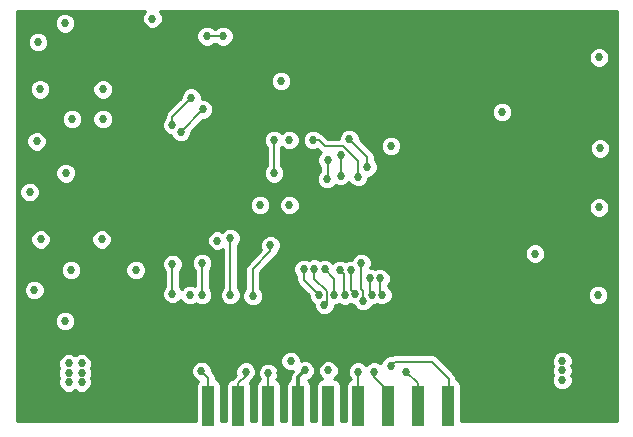
<source format=gbr>
G04 #@! TF.FileFunction,Copper,L4,Bot,Mixed*
%FSLAX46Y46*%
G04 Gerber Fmt 4.6, Leading zero omitted, Abs format (unit mm)*
G04 Created by KiCad (PCBNEW 4.0.4-stable) date 12/08/16 20:58:41*
%MOMM*%
%LPD*%
G01*
G04 APERTURE LIST*
%ADD10C,0.100000*%
%ADD11R,1.000000X3.500000*%
%ADD12C,0.690000*%
%ADD13C,0.200000*%
%ADD14C,0.300000*%
%ADD15C,0.254000*%
G04 APERTURE END LIST*
D10*
D11*
X107160000Y-115000000D03*
X104620000Y-115000000D03*
X102080000Y-115000000D03*
X99540000Y-115000000D03*
X97000000Y-115000000D03*
X94460000Y-115000000D03*
X91920000Y-115000000D03*
X89380000Y-115000000D03*
X86840000Y-115000000D03*
D12*
X76100000Y-112200000D03*
X76100000Y-113000000D03*
X76100000Y-111400000D03*
X93800000Y-111200000D03*
X85300000Y-105600000D03*
X91200000Y-98000000D03*
X93000000Y-87500000D03*
X82100000Y-82200000D03*
X77900000Y-90700000D03*
X74700000Y-82600000D03*
X74766434Y-95300000D03*
X74700000Y-107800000D03*
X72600000Y-88195944D03*
X75300000Y-90700000D03*
X80691844Y-103491844D03*
X75200000Y-103500000D03*
X72636424Y-100900000D03*
X97000000Y-112000000D03*
X115700000Y-112000000D03*
X115700000Y-112700000D03*
X115700000Y-111200000D03*
X111700000Y-86900000D03*
X117200000Y-86900000D03*
X117600000Y-82400000D03*
X119800000Y-89408000D03*
X118300000Y-95100000D03*
X114600000Y-99600000D03*
X117200000Y-99400000D03*
X119800000Y-102108000D03*
X117600000Y-108200000D03*
X94700000Y-107400000D03*
X81800000Y-108100000D03*
X96700000Y-84800000D03*
X81500000Y-86000000D03*
X92900000Y-112200000D03*
X88700000Y-105600000D03*
X88700000Y-100800000D03*
X90600000Y-105700000D03*
X92100000Y-101400000D03*
X116800000Y-112800000D03*
X116800000Y-111200000D03*
X116800000Y-112000000D03*
X75000000Y-113000000D03*
X75000000Y-111400000D03*
X75000000Y-112200000D03*
X111700000Y-90100000D03*
X119900000Y-85500000D03*
X120000000Y-93200000D03*
X114500000Y-102100000D03*
X119900000Y-98200000D03*
X119836000Y-105600000D03*
X87600000Y-101000000D03*
X93700000Y-98000000D03*
X93700000Y-92500000D03*
X77900000Y-88200000D03*
X72400000Y-84200000D03*
X72300000Y-92600000D03*
X71700000Y-96900000D03*
X72100000Y-105200000D03*
X77800000Y-100900000D03*
X95000000Y-112000000D03*
X83800000Y-91200000D03*
X83800000Y-103000000D03*
X83800000Y-105500000D03*
X85388941Y-88911059D03*
X88100000Y-83700000D03*
X86700000Y-83700000D03*
X86400000Y-89900000D03*
X84500000Y-91800000D03*
X86311468Y-102911468D03*
X86311468Y-105600000D03*
X96668361Y-106456809D03*
X95816130Y-103385256D03*
X99265969Y-105546923D03*
X98884213Y-103495954D03*
X101567913Y-105582652D03*
X101389950Y-104210472D03*
X99955864Y-106109210D03*
X102300000Y-111600000D03*
X99800000Y-102900000D03*
X99500000Y-95600000D03*
X95686000Y-92500000D03*
X100677923Y-105588873D03*
X98770332Y-92414373D03*
X100300000Y-94800000D03*
X100500000Y-104200000D03*
X103600000Y-112100000D03*
X98379952Y-105631158D03*
X97994216Y-103501216D03*
X98066414Y-93778596D03*
X98100000Y-95500000D03*
X100900000Y-112100000D03*
X97490012Y-105619856D03*
X96704205Y-103443935D03*
X99500000Y-112100000D03*
X96900000Y-95800000D03*
X96938795Y-94189290D03*
X102306000Y-93000000D03*
X91915679Y-112199509D03*
X96200000Y-105600000D03*
X94900000Y-103400000D03*
X92400000Y-95300000D03*
X92400000Y-92500000D03*
X90000000Y-112100000D03*
X86256091Y-112043909D03*
D13*
X88700000Y-100800000D02*
X88700000Y-105600000D01*
X90600000Y-103387903D02*
X90600000Y-105700000D01*
X92100000Y-101400000D02*
X92100000Y-101887903D01*
X92100000Y-101887903D02*
X90600000Y-103387903D01*
D14*
X94460000Y-115000000D02*
X94460000Y-112540000D01*
X94460000Y-112540000D02*
X95000000Y-112000000D01*
D13*
X83800000Y-91200000D02*
X83800000Y-90500000D01*
X83800000Y-90500000D02*
X85388941Y-88911059D01*
X83800000Y-105500000D02*
X83800000Y-103000000D01*
X86700000Y-83700000D02*
X88100000Y-83700000D01*
X84500000Y-91800000D02*
X86400000Y-89900000D01*
X86311468Y-105600000D02*
X86311468Y-102911468D01*
X96845002Y-106280168D02*
X96668361Y-106456809D01*
X96845002Y-105290398D02*
X96845002Y-106280168D01*
X95816130Y-103385256D02*
X95816130Y-104261526D01*
X95816130Y-104261526D02*
X96845002Y-105290398D01*
X98884213Y-105165167D02*
X99265969Y-105546923D01*
X98884213Y-103495954D02*
X98884213Y-105165167D01*
X101389950Y-104210472D02*
X101389950Y-105404689D01*
X101389950Y-105404689D02*
X101567913Y-105582652D01*
X99955864Y-105282214D02*
X99955864Y-106109210D01*
X99800000Y-102900000D02*
X99800000Y-105126350D01*
X99800000Y-105126350D02*
X99955864Y-105282214D01*
X102300000Y-111600000D02*
X102644999Y-111255001D01*
X102644999Y-111255001D02*
X105755001Y-111255001D01*
X105755001Y-111255001D02*
X107200000Y-112700000D01*
X99500000Y-94300000D02*
X99500000Y-95600000D01*
X98200000Y-93000000D02*
X99500000Y-94300000D01*
X96673903Y-93000000D02*
X98200000Y-93000000D01*
X95686000Y-92500000D02*
X96173903Y-92500000D01*
X96173903Y-92500000D02*
X96673903Y-93000000D01*
X107200000Y-113710000D02*
X107200000Y-112700000D01*
X107160000Y-115000000D02*
X107160000Y-113750000D01*
X107160000Y-113750000D02*
X107200000Y-113710000D01*
X100500000Y-104200000D02*
X100500000Y-105410950D01*
X100500000Y-105410950D02*
X100677923Y-105588873D01*
X100300000Y-93944041D02*
X98770332Y-92414373D01*
X100300000Y-94800000D02*
X100300000Y-93944041D01*
X104620000Y-113100000D02*
X104600000Y-113100000D01*
X104600000Y-113100000D02*
X103600000Y-112100000D01*
X104620000Y-115000000D02*
X104620000Y-113100000D01*
X98339215Y-103846215D02*
X98339215Y-105590421D01*
X97994216Y-103501216D02*
X98339215Y-103846215D01*
X98339215Y-105590421D02*
X98379952Y-105631158D01*
X98100000Y-93812182D02*
X98066414Y-93778596D01*
X98100000Y-95500000D02*
X98100000Y-93812182D01*
X102080000Y-115000000D02*
X102080000Y-113750000D01*
X102080000Y-113750000D02*
X100900000Y-112570000D01*
X100900000Y-112570000D02*
X100900000Y-112100000D01*
X97490012Y-104229742D02*
X97490012Y-105619856D01*
X96704205Y-103443935D02*
X97490012Y-104229742D01*
X99540000Y-115000000D02*
X99540000Y-112140000D01*
X99540000Y-112140000D02*
X99500000Y-112100000D01*
X96938795Y-94189290D02*
X96938795Y-95761205D01*
X96938795Y-95761205D02*
X96900000Y-95800000D01*
X91920000Y-115000000D02*
X91920000Y-112203830D01*
X91920000Y-112203830D02*
X91915679Y-112199509D01*
X94900000Y-103400000D02*
X94900000Y-104300000D01*
X94900000Y-104300000D02*
X96200000Y-105600000D01*
X92400000Y-92500000D02*
X92400000Y-95300000D01*
X90000000Y-112430000D02*
X90000000Y-112100000D01*
X89380000Y-115000000D02*
X89380000Y-113050000D01*
X89380000Y-113050000D02*
X90000000Y-112430000D01*
X86840000Y-112627818D02*
X86256091Y-112043909D01*
X86840000Y-115000000D02*
X86840000Y-112627818D01*
D15*
G36*
X81361186Y-81705407D02*
X81228152Y-82025788D01*
X81227849Y-82372690D01*
X81360324Y-82693303D01*
X81605407Y-82938814D01*
X81925788Y-83071848D01*
X82272690Y-83072151D01*
X82593303Y-82939676D01*
X82838814Y-82694593D01*
X82971848Y-82374212D01*
X82972151Y-82027310D01*
X82839676Y-81706697D01*
X82735162Y-81602000D01*
X121398000Y-81602000D01*
X121398000Y-116298000D01*
X108197324Y-116298000D01*
X108197324Y-113250000D01*
X108160577Y-113054706D01*
X108045158Y-112875340D01*
X107869049Y-112755010D01*
X107827000Y-112746495D01*
X107827000Y-112700000D01*
X107779272Y-112460057D01*
X107643356Y-112256644D01*
X106759402Y-111372690D01*
X115927849Y-111372690D01*
X116021840Y-111600164D01*
X115928152Y-111825788D01*
X115927849Y-112172690D01*
X116021840Y-112400164D01*
X115928152Y-112625788D01*
X115927849Y-112972690D01*
X116060324Y-113293303D01*
X116305407Y-113538814D01*
X116625788Y-113671848D01*
X116972690Y-113672151D01*
X117293303Y-113539676D01*
X117538814Y-113294593D01*
X117671848Y-112974212D01*
X117672151Y-112627310D01*
X117578160Y-112399836D01*
X117671848Y-112174212D01*
X117672151Y-111827310D01*
X117578160Y-111599836D01*
X117671848Y-111374212D01*
X117672151Y-111027310D01*
X117539676Y-110706697D01*
X117294593Y-110461186D01*
X116974212Y-110328152D01*
X116627310Y-110327849D01*
X116306697Y-110460324D01*
X116061186Y-110705407D01*
X115928152Y-111025788D01*
X115927849Y-111372690D01*
X106759402Y-111372690D01*
X106198357Y-110811645D01*
X105994944Y-110675729D01*
X105755001Y-110628001D01*
X102644999Y-110628001D01*
X102405056Y-110675729D01*
X102326792Y-110728023D01*
X102127310Y-110727849D01*
X101806697Y-110860324D01*
X101561186Y-111105407D01*
X101437238Y-111403906D01*
X101394593Y-111361186D01*
X101074212Y-111228152D01*
X100727310Y-111227849D01*
X100406697Y-111360324D01*
X100199854Y-111566806D01*
X99994593Y-111361186D01*
X99674212Y-111228152D01*
X99327310Y-111227849D01*
X99006697Y-111360324D01*
X98761186Y-111605407D01*
X98628152Y-111925788D01*
X98627849Y-112272690D01*
X98760324Y-112593303D01*
X98904871Y-112738102D01*
X98844706Y-112749423D01*
X98665340Y-112864842D01*
X98545010Y-113040951D01*
X98502676Y-113250000D01*
X98502676Y-116298000D01*
X98037324Y-116298000D01*
X98037324Y-113250000D01*
X98000577Y-113054706D01*
X97885158Y-112875340D01*
X97709049Y-112755010D01*
X97516918Y-112716102D01*
X97738814Y-112494593D01*
X97871848Y-112174212D01*
X97872151Y-111827310D01*
X97739676Y-111506697D01*
X97494593Y-111261186D01*
X97174212Y-111128152D01*
X96827310Y-111127849D01*
X96506697Y-111260324D01*
X96261186Y-111505407D01*
X96128152Y-111825788D01*
X96127849Y-112172690D01*
X96260324Y-112493303D01*
X96482586Y-112715953D01*
X96304706Y-112749423D01*
X96125340Y-112864842D01*
X96005010Y-113040951D01*
X95962676Y-113250000D01*
X95962676Y-116298000D01*
X95497324Y-116298000D01*
X95497324Y-113250000D01*
X95460577Y-113054706D01*
X95345158Y-112875340D01*
X95277256Y-112828945D01*
X95493303Y-112739676D01*
X95738814Y-112494593D01*
X95871848Y-112174212D01*
X95872151Y-111827310D01*
X95739676Y-111506697D01*
X95494593Y-111261186D01*
X95174212Y-111128152D01*
X94827310Y-111127849D01*
X94672007Y-111192019D01*
X94672151Y-111027310D01*
X94539676Y-110706697D01*
X94294593Y-110461186D01*
X93974212Y-110328152D01*
X93627310Y-110327849D01*
X93306697Y-110460324D01*
X93061186Y-110705407D01*
X92928152Y-111025788D01*
X92927849Y-111372690D01*
X93060324Y-111693303D01*
X93305407Y-111938814D01*
X93625788Y-112071848D01*
X93972690Y-112072151D01*
X93974543Y-112071385D01*
X93834534Y-112280923D01*
X93783000Y-112540000D01*
X93783000Y-112745981D01*
X93764706Y-112749423D01*
X93585340Y-112864842D01*
X93465010Y-113040951D01*
X93422676Y-113250000D01*
X93422676Y-116298000D01*
X92957324Y-116298000D01*
X92957324Y-113250000D01*
X92920577Y-113054706D01*
X92805158Y-112875340D01*
X92629049Y-112755010D01*
X92599478Y-112749022D01*
X92654493Y-112694102D01*
X92787527Y-112373721D01*
X92787830Y-112026819D01*
X92655355Y-111706206D01*
X92410272Y-111460695D01*
X92089891Y-111327661D01*
X91742989Y-111327358D01*
X91422376Y-111459833D01*
X91176865Y-111704916D01*
X91043831Y-112025297D01*
X91043528Y-112372199D01*
X91176003Y-112692812D01*
X91231280Y-112748186D01*
X91224706Y-112749423D01*
X91045340Y-112864842D01*
X90925010Y-113040951D01*
X90882676Y-113250000D01*
X90882676Y-116298000D01*
X90417324Y-116298000D01*
X90417324Y-113250000D01*
X90380577Y-113054706D01*
X90334152Y-112982560D01*
X90443356Y-112873356D01*
X90455394Y-112855340D01*
X90493303Y-112839676D01*
X90738814Y-112594593D01*
X90871848Y-112274212D01*
X90872151Y-111927310D01*
X90739676Y-111606697D01*
X90494593Y-111361186D01*
X90174212Y-111228152D01*
X89827310Y-111227849D01*
X89506697Y-111360324D01*
X89261186Y-111605407D01*
X89128152Y-111925788D01*
X89127849Y-112272690D01*
X89169586Y-112373702D01*
X88936644Y-112606644D01*
X88863753Y-112715733D01*
X88684706Y-112749423D01*
X88505340Y-112864842D01*
X88385010Y-113040951D01*
X88342676Y-113250000D01*
X88342676Y-116298000D01*
X87877324Y-116298000D01*
X87877324Y-113250000D01*
X87840577Y-113054706D01*
X87725158Y-112875340D01*
X87549049Y-112755010D01*
X87467000Y-112738394D01*
X87467000Y-112627818D01*
X87419272Y-112387875D01*
X87283356Y-112184462D01*
X87128104Y-112029210D01*
X87128242Y-111871219D01*
X86995767Y-111550606D01*
X86750684Y-111305095D01*
X86430303Y-111172061D01*
X86083401Y-111171758D01*
X85762788Y-111304233D01*
X85517277Y-111549316D01*
X85384243Y-111869697D01*
X85383940Y-112216599D01*
X85516415Y-112537212D01*
X85761498Y-112782723D01*
X85963997Y-112866808D01*
X85845010Y-113040951D01*
X85802676Y-113250000D01*
X85802676Y-116298000D01*
X70602000Y-116298000D01*
X70602000Y-111572690D01*
X74127849Y-111572690D01*
X74221840Y-111800164D01*
X74128152Y-112025788D01*
X74127849Y-112372690D01*
X74221840Y-112600164D01*
X74128152Y-112825788D01*
X74127849Y-113172690D01*
X74260324Y-113493303D01*
X74505407Y-113738814D01*
X74825788Y-113871848D01*
X75172690Y-113872151D01*
X75493303Y-113739676D01*
X75549884Y-113683194D01*
X75605407Y-113738814D01*
X75925788Y-113871848D01*
X76272690Y-113872151D01*
X76593303Y-113739676D01*
X76838814Y-113494593D01*
X76971848Y-113174212D01*
X76972151Y-112827310D01*
X76878160Y-112599836D01*
X76971848Y-112374212D01*
X76972151Y-112027310D01*
X76878160Y-111799836D01*
X76971848Y-111574212D01*
X76972151Y-111227310D01*
X76839676Y-110906697D01*
X76594593Y-110661186D01*
X76274212Y-110528152D01*
X75927310Y-110527849D01*
X75606697Y-110660324D01*
X75550116Y-110716806D01*
X75494593Y-110661186D01*
X75174212Y-110528152D01*
X74827310Y-110527849D01*
X74506697Y-110660324D01*
X74261186Y-110905407D01*
X74128152Y-111225788D01*
X74127849Y-111572690D01*
X70602000Y-111572690D01*
X70602000Y-107972690D01*
X73827849Y-107972690D01*
X73960324Y-108293303D01*
X74205407Y-108538814D01*
X74525788Y-108671848D01*
X74872690Y-108672151D01*
X75193303Y-108539676D01*
X75438814Y-108294593D01*
X75571848Y-107974212D01*
X75572151Y-107627310D01*
X75439676Y-107306697D01*
X75194593Y-107061186D01*
X74874212Y-106928152D01*
X74527310Y-106927849D01*
X74206697Y-107060324D01*
X73961186Y-107305407D01*
X73828152Y-107625788D01*
X73827849Y-107972690D01*
X70602000Y-107972690D01*
X70602000Y-105372690D01*
X71227849Y-105372690D01*
X71360324Y-105693303D01*
X71605407Y-105938814D01*
X71925788Y-106071848D01*
X72272690Y-106072151D01*
X72593303Y-105939676D01*
X72838814Y-105694593D01*
X72971848Y-105374212D01*
X72972151Y-105027310D01*
X72839676Y-104706697D01*
X72594593Y-104461186D01*
X72274212Y-104328152D01*
X71927310Y-104327849D01*
X71606697Y-104460324D01*
X71361186Y-104705407D01*
X71228152Y-105025788D01*
X71227849Y-105372690D01*
X70602000Y-105372690D01*
X70602000Y-103672690D01*
X74327849Y-103672690D01*
X74460324Y-103993303D01*
X74705407Y-104238814D01*
X75025788Y-104371848D01*
X75372690Y-104372151D01*
X75693303Y-104239676D01*
X75938814Y-103994593D01*
X76071848Y-103674212D01*
X76071856Y-103664534D01*
X79819693Y-103664534D01*
X79952168Y-103985147D01*
X80197251Y-104230658D01*
X80517632Y-104363692D01*
X80864534Y-104363995D01*
X81185147Y-104231520D01*
X81430658Y-103986437D01*
X81563692Y-103666056D01*
X81563995Y-103319154D01*
X81503478Y-103172690D01*
X82927849Y-103172690D01*
X83060324Y-103493303D01*
X83173000Y-103606176D01*
X83173000Y-104893788D01*
X83061186Y-105005407D01*
X82928152Y-105325788D01*
X82927849Y-105672690D01*
X83060324Y-105993303D01*
X83305407Y-106238814D01*
X83625788Y-106371848D01*
X83972690Y-106372151D01*
X84293303Y-106239676D01*
X84525167Y-106008216D01*
X84560324Y-106093303D01*
X84805407Y-106338814D01*
X85125788Y-106471848D01*
X85472690Y-106472151D01*
X85793303Y-106339676D01*
X85805541Y-106327460D01*
X85816875Y-106338814D01*
X86137256Y-106471848D01*
X86484158Y-106472151D01*
X86804771Y-106339676D01*
X87050282Y-106094593D01*
X87183316Y-105774212D01*
X87183619Y-105427310D01*
X87051144Y-105106697D01*
X86938468Y-104993824D01*
X86938468Y-103517680D01*
X87050282Y-103406061D01*
X87183316Y-103085680D01*
X87183619Y-102738778D01*
X87051144Y-102418165D01*
X86806061Y-102172654D01*
X86485680Y-102039620D01*
X86138778Y-102039317D01*
X85818165Y-102171792D01*
X85572654Y-102416875D01*
X85439620Y-102737256D01*
X85439317Y-103084158D01*
X85571792Y-103404771D01*
X85684468Y-103517644D01*
X85684468Y-104815458D01*
X85474212Y-104728152D01*
X85127310Y-104727849D01*
X84806697Y-104860324D01*
X84574833Y-105091784D01*
X84539676Y-105006697D01*
X84427000Y-104893824D01*
X84427000Y-103606212D01*
X84538814Y-103494593D01*
X84671848Y-103174212D01*
X84672151Y-102827310D01*
X84539676Y-102506697D01*
X84294593Y-102261186D01*
X83974212Y-102128152D01*
X83627310Y-102127849D01*
X83306697Y-102260324D01*
X83061186Y-102505407D01*
X82928152Y-102825788D01*
X82927849Y-103172690D01*
X81503478Y-103172690D01*
X81431520Y-102998541D01*
X81186437Y-102753030D01*
X80866056Y-102619996D01*
X80519154Y-102619693D01*
X80198541Y-102752168D01*
X79953030Y-102997251D01*
X79819996Y-103317632D01*
X79819693Y-103664534D01*
X76071856Y-103664534D01*
X76072151Y-103327310D01*
X75939676Y-103006697D01*
X75694593Y-102761186D01*
X75374212Y-102628152D01*
X75027310Y-102627849D01*
X74706697Y-102760324D01*
X74461186Y-103005407D01*
X74328152Y-103325788D01*
X74327849Y-103672690D01*
X70602000Y-103672690D01*
X70602000Y-101072690D01*
X71764273Y-101072690D01*
X71896748Y-101393303D01*
X72141831Y-101638814D01*
X72462212Y-101771848D01*
X72809114Y-101772151D01*
X73129727Y-101639676D01*
X73375238Y-101394593D01*
X73508272Y-101074212D01*
X73508273Y-101072690D01*
X76927849Y-101072690D01*
X77060324Y-101393303D01*
X77305407Y-101638814D01*
X77625788Y-101771848D01*
X77972690Y-101772151D01*
X78293303Y-101639676D01*
X78538814Y-101394593D01*
X78630956Y-101172690D01*
X86727849Y-101172690D01*
X86860324Y-101493303D01*
X87105407Y-101738814D01*
X87425788Y-101871848D01*
X87772690Y-101872151D01*
X88073000Y-101748065D01*
X88073000Y-104993788D01*
X87961186Y-105105407D01*
X87828152Y-105425788D01*
X87827849Y-105772690D01*
X87960324Y-106093303D01*
X88205407Y-106338814D01*
X88525788Y-106471848D01*
X88872690Y-106472151D01*
X89193303Y-106339676D01*
X89438814Y-106094593D01*
X89530956Y-105872690D01*
X89727849Y-105872690D01*
X89860324Y-106193303D01*
X90105407Y-106438814D01*
X90425788Y-106571848D01*
X90772690Y-106572151D01*
X91093303Y-106439676D01*
X91338814Y-106194593D01*
X91471848Y-105874212D01*
X91472151Y-105527310D01*
X91339676Y-105206697D01*
X91227000Y-105093824D01*
X91227000Y-103647615D01*
X91301925Y-103572690D01*
X94027849Y-103572690D01*
X94160324Y-103893303D01*
X94273000Y-104006176D01*
X94273000Y-104300000D01*
X94320728Y-104539943D01*
X94435109Y-104711126D01*
X94456644Y-104743356D01*
X95327987Y-105614699D01*
X95327849Y-105772690D01*
X95460324Y-106093303D01*
X95705407Y-106338814D01*
X95796431Y-106376610D01*
X95796210Y-106629499D01*
X95928685Y-106950112D01*
X96173768Y-107195623D01*
X96494149Y-107328657D01*
X96841051Y-107328960D01*
X97161664Y-107196485D01*
X97407175Y-106951402D01*
X97540209Y-106631021D01*
X97540331Y-106491900D01*
X97662702Y-106492007D01*
X97921614Y-106385026D01*
X98205740Y-106503006D01*
X98552642Y-106503309D01*
X98873255Y-106370834D01*
X98903530Y-106340612D01*
X99091757Y-106418771D01*
X99140285Y-106418813D01*
X99216188Y-106602513D01*
X99461271Y-106848024D01*
X99781652Y-106981058D01*
X100128554Y-106981361D01*
X100449167Y-106848886D01*
X100694678Y-106603803D01*
X100754000Y-106460940D01*
X100850613Y-106461024D01*
X101130702Y-106345293D01*
X101393701Y-106454500D01*
X101740603Y-106454803D01*
X102061216Y-106322328D01*
X102306727Y-106077245D01*
X102433189Y-105772690D01*
X118963849Y-105772690D01*
X119096324Y-106093303D01*
X119341407Y-106338814D01*
X119661788Y-106471848D01*
X120008690Y-106472151D01*
X120329303Y-106339676D01*
X120574814Y-106094593D01*
X120707848Y-105774212D01*
X120708151Y-105427310D01*
X120575676Y-105106697D01*
X120330593Y-104861186D01*
X120010212Y-104728152D01*
X119663310Y-104727849D01*
X119342697Y-104860324D01*
X119097186Y-105105407D01*
X118964152Y-105425788D01*
X118963849Y-105772690D01*
X102433189Y-105772690D01*
X102439761Y-105756864D01*
X102440064Y-105409962D01*
X102307589Y-105089349D01*
X102062506Y-104843838D01*
X102016950Y-104824921D01*
X102016950Y-104816684D01*
X102128764Y-104705065D01*
X102261798Y-104384684D01*
X102262101Y-104037782D01*
X102129626Y-103717169D01*
X101884543Y-103471658D01*
X101564162Y-103338624D01*
X101217260Y-103338321D01*
X100957341Y-103445718D01*
X100674212Y-103328152D01*
X100566442Y-103328058D01*
X100671848Y-103074212D01*
X100672151Y-102727310D01*
X100539676Y-102406697D01*
X100405903Y-102272690D01*
X113627849Y-102272690D01*
X113760324Y-102593303D01*
X114005407Y-102838814D01*
X114325788Y-102971848D01*
X114672690Y-102972151D01*
X114993303Y-102839676D01*
X115238814Y-102594593D01*
X115371848Y-102274212D01*
X115372151Y-101927310D01*
X115239676Y-101606697D01*
X114994593Y-101361186D01*
X114674212Y-101228152D01*
X114327310Y-101227849D01*
X114006697Y-101360324D01*
X113761186Y-101605407D01*
X113628152Y-101925788D01*
X113627849Y-102272690D01*
X100405903Y-102272690D01*
X100294593Y-102161186D01*
X99974212Y-102028152D01*
X99627310Y-102027849D01*
X99306697Y-102160324D01*
X99061186Y-102405407D01*
X98970406Y-102624029D01*
X98711523Y-102623803D01*
X98432588Y-102739057D01*
X98168428Y-102629368D01*
X97821526Y-102629065D01*
X97500913Y-102761540D01*
X97377801Y-102884437D01*
X97198798Y-102705121D01*
X96878417Y-102572087D01*
X96531515Y-102571784D01*
X96322435Y-102658174D01*
X96310723Y-102646442D01*
X95990342Y-102513408D01*
X95643440Y-102513105D01*
X95339960Y-102638501D01*
X95074212Y-102528152D01*
X94727310Y-102527849D01*
X94406697Y-102660324D01*
X94161186Y-102905407D01*
X94028152Y-103225788D01*
X94027849Y-103572690D01*
X91301925Y-103572690D01*
X92543356Y-102331259D01*
X92574621Y-102284468D01*
X92679272Y-102127846D01*
X92697636Y-102035525D01*
X92838814Y-101894593D01*
X92971848Y-101574212D01*
X92972151Y-101227310D01*
X92839676Y-100906697D01*
X92594593Y-100661186D01*
X92274212Y-100528152D01*
X91927310Y-100527849D01*
X91606697Y-100660324D01*
X91361186Y-100905407D01*
X91228152Y-101225788D01*
X91227849Y-101572690D01*
X91315754Y-101785437D01*
X90156644Y-102944547D01*
X90020728Y-103147960D01*
X89973000Y-103387903D01*
X89973000Y-105093788D01*
X89861186Y-105205407D01*
X89728152Y-105525788D01*
X89727849Y-105872690D01*
X89530956Y-105872690D01*
X89571848Y-105774212D01*
X89572151Y-105427310D01*
X89439676Y-105106697D01*
X89327000Y-104993824D01*
X89327000Y-101406212D01*
X89438814Y-101294593D01*
X89571848Y-100974212D01*
X89572151Y-100627310D01*
X89439676Y-100306697D01*
X89194593Y-100061186D01*
X88874212Y-99928152D01*
X88527310Y-99927849D01*
X88206697Y-100060324D01*
X88031661Y-100235054D01*
X87774212Y-100128152D01*
X87427310Y-100127849D01*
X87106697Y-100260324D01*
X86861186Y-100505407D01*
X86728152Y-100825788D01*
X86727849Y-101172690D01*
X78630956Y-101172690D01*
X78671848Y-101074212D01*
X78672151Y-100727310D01*
X78539676Y-100406697D01*
X78294593Y-100161186D01*
X77974212Y-100028152D01*
X77627310Y-100027849D01*
X77306697Y-100160324D01*
X77061186Y-100405407D01*
X76928152Y-100725788D01*
X76927849Y-101072690D01*
X73508273Y-101072690D01*
X73508575Y-100727310D01*
X73376100Y-100406697D01*
X73131017Y-100161186D01*
X72810636Y-100028152D01*
X72463734Y-100027849D01*
X72143121Y-100160324D01*
X71897610Y-100405407D01*
X71764576Y-100725788D01*
X71764273Y-101072690D01*
X70602000Y-101072690D01*
X70602000Y-98172690D01*
X90327849Y-98172690D01*
X90460324Y-98493303D01*
X90705407Y-98738814D01*
X91025788Y-98871848D01*
X91372690Y-98872151D01*
X91693303Y-98739676D01*
X91938814Y-98494593D01*
X92071848Y-98174212D01*
X92071849Y-98172690D01*
X92827849Y-98172690D01*
X92960324Y-98493303D01*
X93205407Y-98738814D01*
X93525788Y-98871848D01*
X93872690Y-98872151D01*
X94193303Y-98739676D01*
X94438814Y-98494593D01*
X94489432Y-98372690D01*
X119027849Y-98372690D01*
X119160324Y-98693303D01*
X119405407Y-98938814D01*
X119725788Y-99071848D01*
X120072690Y-99072151D01*
X120393303Y-98939676D01*
X120638814Y-98694593D01*
X120771848Y-98374212D01*
X120772151Y-98027310D01*
X120639676Y-97706697D01*
X120394593Y-97461186D01*
X120074212Y-97328152D01*
X119727310Y-97327849D01*
X119406697Y-97460324D01*
X119161186Y-97705407D01*
X119028152Y-98025788D01*
X119027849Y-98372690D01*
X94489432Y-98372690D01*
X94571848Y-98174212D01*
X94572151Y-97827310D01*
X94439676Y-97506697D01*
X94194593Y-97261186D01*
X93874212Y-97128152D01*
X93527310Y-97127849D01*
X93206697Y-97260324D01*
X92961186Y-97505407D01*
X92828152Y-97825788D01*
X92827849Y-98172690D01*
X92071849Y-98172690D01*
X92072151Y-97827310D01*
X91939676Y-97506697D01*
X91694593Y-97261186D01*
X91374212Y-97128152D01*
X91027310Y-97127849D01*
X90706697Y-97260324D01*
X90461186Y-97505407D01*
X90328152Y-97825788D01*
X90327849Y-98172690D01*
X70602000Y-98172690D01*
X70602000Y-97072690D01*
X70827849Y-97072690D01*
X70960324Y-97393303D01*
X71205407Y-97638814D01*
X71525788Y-97771848D01*
X71872690Y-97772151D01*
X72193303Y-97639676D01*
X72438814Y-97394593D01*
X72571848Y-97074212D01*
X72572151Y-96727310D01*
X72439676Y-96406697D01*
X72194593Y-96161186D01*
X71874212Y-96028152D01*
X71527310Y-96027849D01*
X71206697Y-96160324D01*
X70961186Y-96405407D01*
X70828152Y-96725788D01*
X70827849Y-97072690D01*
X70602000Y-97072690D01*
X70602000Y-95472690D01*
X73894283Y-95472690D01*
X74026758Y-95793303D01*
X74271841Y-96038814D01*
X74592222Y-96171848D01*
X74939124Y-96172151D01*
X75259737Y-96039676D01*
X75505248Y-95794593D01*
X75638282Y-95474212D01*
X75638585Y-95127310D01*
X75506110Y-94806697D01*
X75261027Y-94561186D01*
X74940646Y-94428152D01*
X74593744Y-94427849D01*
X74273131Y-94560324D01*
X74027620Y-94805407D01*
X73894586Y-95125788D01*
X73894283Y-95472690D01*
X70602000Y-95472690D01*
X70602000Y-92772690D01*
X71427849Y-92772690D01*
X71560324Y-93093303D01*
X71805407Y-93338814D01*
X72125788Y-93471848D01*
X72472690Y-93472151D01*
X72793303Y-93339676D01*
X73038814Y-93094593D01*
X73171848Y-92774212D01*
X73171936Y-92672690D01*
X91527849Y-92672690D01*
X91660324Y-92993303D01*
X91773000Y-93106176D01*
X91773000Y-94693788D01*
X91661186Y-94805407D01*
X91528152Y-95125788D01*
X91527849Y-95472690D01*
X91660324Y-95793303D01*
X91905407Y-96038814D01*
X92225788Y-96171848D01*
X92572690Y-96172151D01*
X92893303Y-96039676D01*
X93138814Y-95794593D01*
X93271848Y-95474212D01*
X93272151Y-95127310D01*
X93139676Y-94806697D01*
X93027000Y-94693824D01*
X93027000Y-93106212D01*
X93050058Y-93083194D01*
X93205407Y-93238814D01*
X93525788Y-93371848D01*
X93872690Y-93372151D01*
X94193303Y-93239676D01*
X94438814Y-92994593D01*
X94571848Y-92674212D01*
X94571849Y-92672690D01*
X94813849Y-92672690D01*
X94946324Y-92993303D01*
X95191407Y-93238814D01*
X95511788Y-93371848D01*
X95858690Y-93372151D01*
X96071437Y-93284246D01*
X96230547Y-93443356D01*
X96363062Y-93531900D01*
X96199981Y-93694697D01*
X96066947Y-94015078D01*
X96066644Y-94361980D01*
X96199119Y-94682593D01*
X96311795Y-94795466D01*
X96311795Y-95155061D01*
X96161186Y-95305407D01*
X96028152Y-95625788D01*
X96027849Y-95972690D01*
X96160324Y-96293303D01*
X96405407Y-96538814D01*
X96725788Y-96671848D01*
X97072690Y-96672151D01*
X97393303Y-96539676D01*
X97638814Y-96294593D01*
X97653656Y-96258849D01*
X97925788Y-96371848D01*
X98272690Y-96372151D01*
X98593303Y-96239676D01*
X98754369Y-96078891D01*
X98760324Y-96093303D01*
X99005407Y-96338814D01*
X99325788Y-96471848D01*
X99672690Y-96472151D01*
X99993303Y-96339676D01*
X100238814Y-96094593D01*
X100371848Y-95774212D01*
X100371937Y-95672063D01*
X100472690Y-95672151D01*
X100793303Y-95539676D01*
X101038814Y-95294593D01*
X101171848Y-94974212D01*
X101172151Y-94627310D01*
X101039676Y-94306697D01*
X100927000Y-94193824D01*
X100927000Y-93944041D01*
X100879272Y-93704098D01*
X100743356Y-93500685D01*
X100415361Y-93172690D01*
X101433849Y-93172690D01*
X101566324Y-93493303D01*
X101811407Y-93738814D01*
X102131788Y-93871848D01*
X102478690Y-93872151D01*
X102799303Y-93739676D01*
X103044814Y-93494593D01*
X103095432Y-93372690D01*
X119127849Y-93372690D01*
X119260324Y-93693303D01*
X119505407Y-93938814D01*
X119825788Y-94071848D01*
X120172690Y-94072151D01*
X120493303Y-93939676D01*
X120738814Y-93694593D01*
X120871848Y-93374212D01*
X120872151Y-93027310D01*
X120739676Y-92706697D01*
X120494593Y-92461186D01*
X120174212Y-92328152D01*
X119827310Y-92327849D01*
X119506697Y-92460324D01*
X119261186Y-92705407D01*
X119128152Y-93025788D01*
X119127849Y-93372690D01*
X103095432Y-93372690D01*
X103177848Y-93174212D01*
X103178151Y-92827310D01*
X103045676Y-92506697D01*
X102800593Y-92261186D01*
X102480212Y-92128152D01*
X102133310Y-92127849D01*
X101812697Y-92260324D01*
X101567186Y-92505407D01*
X101434152Y-92825788D01*
X101433849Y-93172690D01*
X100415361Y-93172690D01*
X99642345Y-92399674D01*
X99642483Y-92241683D01*
X99510008Y-91921070D01*
X99264925Y-91675559D01*
X98944544Y-91542525D01*
X98597642Y-91542222D01*
X98277029Y-91674697D01*
X98031518Y-91919780D01*
X97898484Y-92240161D01*
X97898368Y-92373000D01*
X96933615Y-92373000D01*
X96617259Y-92056644D01*
X96540577Y-92005407D01*
X96413846Y-91920728D01*
X96321525Y-91902364D01*
X96180593Y-91761186D01*
X95860212Y-91628152D01*
X95513310Y-91627849D01*
X95192697Y-91760324D01*
X94947186Y-92005407D01*
X94814152Y-92325788D01*
X94813849Y-92672690D01*
X94571849Y-92672690D01*
X94572151Y-92327310D01*
X94439676Y-92006697D01*
X94194593Y-91761186D01*
X93874212Y-91628152D01*
X93527310Y-91627849D01*
X93206697Y-91760324D01*
X93049942Y-91916806D01*
X92894593Y-91761186D01*
X92574212Y-91628152D01*
X92227310Y-91627849D01*
X91906697Y-91760324D01*
X91661186Y-92005407D01*
X91528152Y-92325788D01*
X91527849Y-92672690D01*
X73171936Y-92672690D01*
X73172151Y-92427310D01*
X73039676Y-92106697D01*
X72794593Y-91861186D01*
X72474212Y-91728152D01*
X72127310Y-91727849D01*
X71806697Y-91860324D01*
X71561186Y-92105407D01*
X71428152Y-92425788D01*
X71427849Y-92772690D01*
X70602000Y-92772690D01*
X70602000Y-90872690D01*
X74427849Y-90872690D01*
X74560324Y-91193303D01*
X74805407Y-91438814D01*
X75125788Y-91571848D01*
X75472690Y-91572151D01*
X75793303Y-91439676D01*
X76038814Y-91194593D01*
X76171848Y-90874212D01*
X76171849Y-90872690D01*
X77027849Y-90872690D01*
X77160324Y-91193303D01*
X77405407Y-91438814D01*
X77725788Y-91571848D01*
X78072690Y-91572151D01*
X78393303Y-91439676D01*
X78460405Y-91372690D01*
X82927849Y-91372690D01*
X83060324Y-91693303D01*
X83305407Y-91938814D01*
X83625788Y-92071848D01*
X83668836Y-92071886D01*
X83760324Y-92293303D01*
X84005407Y-92538814D01*
X84325788Y-92671848D01*
X84672690Y-92672151D01*
X84993303Y-92539676D01*
X85238814Y-92294593D01*
X85371848Y-91974212D01*
X85371987Y-91814725D01*
X86414699Y-90772013D01*
X86572690Y-90772151D01*
X86893303Y-90639676D01*
X87138814Y-90394593D01*
X87189432Y-90272690D01*
X110827849Y-90272690D01*
X110960324Y-90593303D01*
X111205407Y-90838814D01*
X111525788Y-90971848D01*
X111872690Y-90972151D01*
X112193303Y-90839676D01*
X112438814Y-90594593D01*
X112571848Y-90274212D01*
X112572151Y-89927310D01*
X112439676Y-89606697D01*
X112194593Y-89361186D01*
X111874212Y-89228152D01*
X111527310Y-89227849D01*
X111206697Y-89360324D01*
X110961186Y-89605407D01*
X110828152Y-89925788D01*
X110827849Y-90272690D01*
X87189432Y-90272690D01*
X87271848Y-90074212D01*
X87272151Y-89727310D01*
X87139676Y-89406697D01*
X86894593Y-89161186D01*
X86574212Y-89028152D01*
X86260839Y-89027878D01*
X86261092Y-88738369D01*
X86128617Y-88417756D01*
X85883534Y-88172245D01*
X85563153Y-88039211D01*
X85216251Y-88038908D01*
X84895638Y-88171383D01*
X84650127Y-88416466D01*
X84517093Y-88736847D01*
X84516954Y-88896334D01*
X83356644Y-90056644D01*
X83220728Y-90260057D01*
X83173000Y-90500000D01*
X83173000Y-90593788D01*
X83061186Y-90705407D01*
X82928152Y-91025788D01*
X82927849Y-91372690D01*
X78460405Y-91372690D01*
X78638814Y-91194593D01*
X78771848Y-90874212D01*
X78772151Y-90527310D01*
X78639676Y-90206697D01*
X78394593Y-89961186D01*
X78074212Y-89828152D01*
X77727310Y-89827849D01*
X77406697Y-89960324D01*
X77161186Y-90205407D01*
X77028152Y-90525788D01*
X77027849Y-90872690D01*
X76171849Y-90872690D01*
X76172151Y-90527310D01*
X76039676Y-90206697D01*
X75794593Y-89961186D01*
X75474212Y-89828152D01*
X75127310Y-89827849D01*
X74806697Y-89960324D01*
X74561186Y-90205407D01*
X74428152Y-90525788D01*
X74427849Y-90872690D01*
X70602000Y-90872690D01*
X70602000Y-88368634D01*
X71727849Y-88368634D01*
X71860324Y-88689247D01*
X72105407Y-88934758D01*
X72425788Y-89067792D01*
X72772690Y-89068095D01*
X73093303Y-88935620D01*
X73338814Y-88690537D01*
X73470795Y-88372690D01*
X77027849Y-88372690D01*
X77160324Y-88693303D01*
X77405407Y-88938814D01*
X77725788Y-89071848D01*
X78072690Y-89072151D01*
X78393303Y-88939676D01*
X78638814Y-88694593D01*
X78771848Y-88374212D01*
X78772151Y-88027310D01*
X78639676Y-87706697D01*
X78605729Y-87672690D01*
X92127849Y-87672690D01*
X92260324Y-87993303D01*
X92505407Y-88238814D01*
X92825788Y-88371848D01*
X93172690Y-88372151D01*
X93493303Y-88239676D01*
X93738814Y-87994593D01*
X93871848Y-87674212D01*
X93872151Y-87327310D01*
X93739676Y-87006697D01*
X93494593Y-86761186D01*
X93174212Y-86628152D01*
X92827310Y-86627849D01*
X92506697Y-86760324D01*
X92261186Y-87005407D01*
X92128152Y-87325788D01*
X92127849Y-87672690D01*
X78605729Y-87672690D01*
X78394593Y-87461186D01*
X78074212Y-87328152D01*
X77727310Y-87327849D01*
X77406697Y-87460324D01*
X77161186Y-87705407D01*
X77028152Y-88025788D01*
X77027849Y-88372690D01*
X73470795Y-88372690D01*
X73471848Y-88370156D01*
X73472151Y-88023254D01*
X73339676Y-87702641D01*
X73094593Y-87457130D01*
X72774212Y-87324096D01*
X72427310Y-87323793D01*
X72106697Y-87456268D01*
X71861186Y-87701351D01*
X71728152Y-88021732D01*
X71727849Y-88368634D01*
X70602000Y-88368634D01*
X70602000Y-85672690D01*
X119027849Y-85672690D01*
X119160324Y-85993303D01*
X119405407Y-86238814D01*
X119725788Y-86371848D01*
X120072690Y-86372151D01*
X120393303Y-86239676D01*
X120638814Y-85994593D01*
X120771848Y-85674212D01*
X120772151Y-85327310D01*
X120639676Y-85006697D01*
X120394593Y-84761186D01*
X120074212Y-84628152D01*
X119727310Y-84627849D01*
X119406697Y-84760324D01*
X119161186Y-85005407D01*
X119028152Y-85325788D01*
X119027849Y-85672690D01*
X70602000Y-85672690D01*
X70602000Y-84372690D01*
X71527849Y-84372690D01*
X71660324Y-84693303D01*
X71905407Y-84938814D01*
X72225788Y-85071848D01*
X72572690Y-85072151D01*
X72893303Y-84939676D01*
X73138814Y-84694593D01*
X73271848Y-84374212D01*
X73272151Y-84027310D01*
X73208264Y-83872690D01*
X85827849Y-83872690D01*
X85960324Y-84193303D01*
X86205407Y-84438814D01*
X86525788Y-84571848D01*
X86872690Y-84572151D01*
X87193303Y-84439676D01*
X87306176Y-84327000D01*
X87493788Y-84327000D01*
X87605407Y-84438814D01*
X87925788Y-84571848D01*
X88272690Y-84572151D01*
X88593303Y-84439676D01*
X88838814Y-84194593D01*
X88971848Y-83874212D01*
X88972151Y-83527310D01*
X88839676Y-83206697D01*
X88594593Y-82961186D01*
X88274212Y-82828152D01*
X87927310Y-82827849D01*
X87606697Y-82960324D01*
X87493824Y-83073000D01*
X87306212Y-83073000D01*
X87194593Y-82961186D01*
X86874212Y-82828152D01*
X86527310Y-82827849D01*
X86206697Y-82960324D01*
X85961186Y-83205407D01*
X85828152Y-83525788D01*
X85827849Y-83872690D01*
X73208264Y-83872690D01*
X73139676Y-83706697D01*
X72894593Y-83461186D01*
X72574212Y-83328152D01*
X72227310Y-83327849D01*
X71906697Y-83460324D01*
X71661186Y-83705407D01*
X71528152Y-84025788D01*
X71527849Y-84372690D01*
X70602000Y-84372690D01*
X70602000Y-82772690D01*
X73827849Y-82772690D01*
X73960324Y-83093303D01*
X74205407Y-83338814D01*
X74525788Y-83471848D01*
X74872690Y-83472151D01*
X75193303Y-83339676D01*
X75438814Y-83094593D01*
X75571848Y-82774212D01*
X75572151Y-82427310D01*
X75439676Y-82106697D01*
X75194593Y-81861186D01*
X74874212Y-81728152D01*
X74527310Y-81727849D01*
X74206697Y-81860324D01*
X73961186Y-82105407D01*
X73828152Y-82425788D01*
X73827849Y-82772690D01*
X70602000Y-82772690D01*
X70602000Y-81602000D01*
X81464774Y-81602000D01*
X81361186Y-81705407D01*
X81361186Y-81705407D01*
G37*
X81361186Y-81705407D02*
X81228152Y-82025788D01*
X81227849Y-82372690D01*
X81360324Y-82693303D01*
X81605407Y-82938814D01*
X81925788Y-83071848D01*
X82272690Y-83072151D01*
X82593303Y-82939676D01*
X82838814Y-82694593D01*
X82971848Y-82374212D01*
X82972151Y-82027310D01*
X82839676Y-81706697D01*
X82735162Y-81602000D01*
X121398000Y-81602000D01*
X121398000Y-116298000D01*
X108197324Y-116298000D01*
X108197324Y-113250000D01*
X108160577Y-113054706D01*
X108045158Y-112875340D01*
X107869049Y-112755010D01*
X107827000Y-112746495D01*
X107827000Y-112700000D01*
X107779272Y-112460057D01*
X107643356Y-112256644D01*
X106759402Y-111372690D01*
X115927849Y-111372690D01*
X116021840Y-111600164D01*
X115928152Y-111825788D01*
X115927849Y-112172690D01*
X116021840Y-112400164D01*
X115928152Y-112625788D01*
X115927849Y-112972690D01*
X116060324Y-113293303D01*
X116305407Y-113538814D01*
X116625788Y-113671848D01*
X116972690Y-113672151D01*
X117293303Y-113539676D01*
X117538814Y-113294593D01*
X117671848Y-112974212D01*
X117672151Y-112627310D01*
X117578160Y-112399836D01*
X117671848Y-112174212D01*
X117672151Y-111827310D01*
X117578160Y-111599836D01*
X117671848Y-111374212D01*
X117672151Y-111027310D01*
X117539676Y-110706697D01*
X117294593Y-110461186D01*
X116974212Y-110328152D01*
X116627310Y-110327849D01*
X116306697Y-110460324D01*
X116061186Y-110705407D01*
X115928152Y-111025788D01*
X115927849Y-111372690D01*
X106759402Y-111372690D01*
X106198357Y-110811645D01*
X105994944Y-110675729D01*
X105755001Y-110628001D01*
X102644999Y-110628001D01*
X102405056Y-110675729D01*
X102326792Y-110728023D01*
X102127310Y-110727849D01*
X101806697Y-110860324D01*
X101561186Y-111105407D01*
X101437238Y-111403906D01*
X101394593Y-111361186D01*
X101074212Y-111228152D01*
X100727310Y-111227849D01*
X100406697Y-111360324D01*
X100199854Y-111566806D01*
X99994593Y-111361186D01*
X99674212Y-111228152D01*
X99327310Y-111227849D01*
X99006697Y-111360324D01*
X98761186Y-111605407D01*
X98628152Y-111925788D01*
X98627849Y-112272690D01*
X98760324Y-112593303D01*
X98904871Y-112738102D01*
X98844706Y-112749423D01*
X98665340Y-112864842D01*
X98545010Y-113040951D01*
X98502676Y-113250000D01*
X98502676Y-116298000D01*
X98037324Y-116298000D01*
X98037324Y-113250000D01*
X98000577Y-113054706D01*
X97885158Y-112875340D01*
X97709049Y-112755010D01*
X97516918Y-112716102D01*
X97738814Y-112494593D01*
X97871848Y-112174212D01*
X97872151Y-111827310D01*
X97739676Y-111506697D01*
X97494593Y-111261186D01*
X97174212Y-111128152D01*
X96827310Y-111127849D01*
X96506697Y-111260324D01*
X96261186Y-111505407D01*
X96128152Y-111825788D01*
X96127849Y-112172690D01*
X96260324Y-112493303D01*
X96482586Y-112715953D01*
X96304706Y-112749423D01*
X96125340Y-112864842D01*
X96005010Y-113040951D01*
X95962676Y-113250000D01*
X95962676Y-116298000D01*
X95497324Y-116298000D01*
X95497324Y-113250000D01*
X95460577Y-113054706D01*
X95345158Y-112875340D01*
X95277256Y-112828945D01*
X95493303Y-112739676D01*
X95738814Y-112494593D01*
X95871848Y-112174212D01*
X95872151Y-111827310D01*
X95739676Y-111506697D01*
X95494593Y-111261186D01*
X95174212Y-111128152D01*
X94827310Y-111127849D01*
X94672007Y-111192019D01*
X94672151Y-111027310D01*
X94539676Y-110706697D01*
X94294593Y-110461186D01*
X93974212Y-110328152D01*
X93627310Y-110327849D01*
X93306697Y-110460324D01*
X93061186Y-110705407D01*
X92928152Y-111025788D01*
X92927849Y-111372690D01*
X93060324Y-111693303D01*
X93305407Y-111938814D01*
X93625788Y-112071848D01*
X93972690Y-112072151D01*
X93974543Y-112071385D01*
X93834534Y-112280923D01*
X93783000Y-112540000D01*
X93783000Y-112745981D01*
X93764706Y-112749423D01*
X93585340Y-112864842D01*
X93465010Y-113040951D01*
X93422676Y-113250000D01*
X93422676Y-116298000D01*
X92957324Y-116298000D01*
X92957324Y-113250000D01*
X92920577Y-113054706D01*
X92805158Y-112875340D01*
X92629049Y-112755010D01*
X92599478Y-112749022D01*
X92654493Y-112694102D01*
X92787527Y-112373721D01*
X92787830Y-112026819D01*
X92655355Y-111706206D01*
X92410272Y-111460695D01*
X92089891Y-111327661D01*
X91742989Y-111327358D01*
X91422376Y-111459833D01*
X91176865Y-111704916D01*
X91043831Y-112025297D01*
X91043528Y-112372199D01*
X91176003Y-112692812D01*
X91231280Y-112748186D01*
X91224706Y-112749423D01*
X91045340Y-112864842D01*
X90925010Y-113040951D01*
X90882676Y-113250000D01*
X90882676Y-116298000D01*
X90417324Y-116298000D01*
X90417324Y-113250000D01*
X90380577Y-113054706D01*
X90334152Y-112982560D01*
X90443356Y-112873356D01*
X90455394Y-112855340D01*
X90493303Y-112839676D01*
X90738814Y-112594593D01*
X90871848Y-112274212D01*
X90872151Y-111927310D01*
X90739676Y-111606697D01*
X90494593Y-111361186D01*
X90174212Y-111228152D01*
X89827310Y-111227849D01*
X89506697Y-111360324D01*
X89261186Y-111605407D01*
X89128152Y-111925788D01*
X89127849Y-112272690D01*
X89169586Y-112373702D01*
X88936644Y-112606644D01*
X88863753Y-112715733D01*
X88684706Y-112749423D01*
X88505340Y-112864842D01*
X88385010Y-113040951D01*
X88342676Y-113250000D01*
X88342676Y-116298000D01*
X87877324Y-116298000D01*
X87877324Y-113250000D01*
X87840577Y-113054706D01*
X87725158Y-112875340D01*
X87549049Y-112755010D01*
X87467000Y-112738394D01*
X87467000Y-112627818D01*
X87419272Y-112387875D01*
X87283356Y-112184462D01*
X87128104Y-112029210D01*
X87128242Y-111871219D01*
X86995767Y-111550606D01*
X86750684Y-111305095D01*
X86430303Y-111172061D01*
X86083401Y-111171758D01*
X85762788Y-111304233D01*
X85517277Y-111549316D01*
X85384243Y-111869697D01*
X85383940Y-112216599D01*
X85516415Y-112537212D01*
X85761498Y-112782723D01*
X85963997Y-112866808D01*
X85845010Y-113040951D01*
X85802676Y-113250000D01*
X85802676Y-116298000D01*
X70602000Y-116298000D01*
X70602000Y-111572690D01*
X74127849Y-111572690D01*
X74221840Y-111800164D01*
X74128152Y-112025788D01*
X74127849Y-112372690D01*
X74221840Y-112600164D01*
X74128152Y-112825788D01*
X74127849Y-113172690D01*
X74260324Y-113493303D01*
X74505407Y-113738814D01*
X74825788Y-113871848D01*
X75172690Y-113872151D01*
X75493303Y-113739676D01*
X75549884Y-113683194D01*
X75605407Y-113738814D01*
X75925788Y-113871848D01*
X76272690Y-113872151D01*
X76593303Y-113739676D01*
X76838814Y-113494593D01*
X76971848Y-113174212D01*
X76972151Y-112827310D01*
X76878160Y-112599836D01*
X76971848Y-112374212D01*
X76972151Y-112027310D01*
X76878160Y-111799836D01*
X76971848Y-111574212D01*
X76972151Y-111227310D01*
X76839676Y-110906697D01*
X76594593Y-110661186D01*
X76274212Y-110528152D01*
X75927310Y-110527849D01*
X75606697Y-110660324D01*
X75550116Y-110716806D01*
X75494593Y-110661186D01*
X75174212Y-110528152D01*
X74827310Y-110527849D01*
X74506697Y-110660324D01*
X74261186Y-110905407D01*
X74128152Y-111225788D01*
X74127849Y-111572690D01*
X70602000Y-111572690D01*
X70602000Y-107972690D01*
X73827849Y-107972690D01*
X73960324Y-108293303D01*
X74205407Y-108538814D01*
X74525788Y-108671848D01*
X74872690Y-108672151D01*
X75193303Y-108539676D01*
X75438814Y-108294593D01*
X75571848Y-107974212D01*
X75572151Y-107627310D01*
X75439676Y-107306697D01*
X75194593Y-107061186D01*
X74874212Y-106928152D01*
X74527310Y-106927849D01*
X74206697Y-107060324D01*
X73961186Y-107305407D01*
X73828152Y-107625788D01*
X73827849Y-107972690D01*
X70602000Y-107972690D01*
X70602000Y-105372690D01*
X71227849Y-105372690D01*
X71360324Y-105693303D01*
X71605407Y-105938814D01*
X71925788Y-106071848D01*
X72272690Y-106072151D01*
X72593303Y-105939676D01*
X72838814Y-105694593D01*
X72971848Y-105374212D01*
X72972151Y-105027310D01*
X72839676Y-104706697D01*
X72594593Y-104461186D01*
X72274212Y-104328152D01*
X71927310Y-104327849D01*
X71606697Y-104460324D01*
X71361186Y-104705407D01*
X71228152Y-105025788D01*
X71227849Y-105372690D01*
X70602000Y-105372690D01*
X70602000Y-103672690D01*
X74327849Y-103672690D01*
X74460324Y-103993303D01*
X74705407Y-104238814D01*
X75025788Y-104371848D01*
X75372690Y-104372151D01*
X75693303Y-104239676D01*
X75938814Y-103994593D01*
X76071848Y-103674212D01*
X76071856Y-103664534D01*
X79819693Y-103664534D01*
X79952168Y-103985147D01*
X80197251Y-104230658D01*
X80517632Y-104363692D01*
X80864534Y-104363995D01*
X81185147Y-104231520D01*
X81430658Y-103986437D01*
X81563692Y-103666056D01*
X81563995Y-103319154D01*
X81503478Y-103172690D01*
X82927849Y-103172690D01*
X83060324Y-103493303D01*
X83173000Y-103606176D01*
X83173000Y-104893788D01*
X83061186Y-105005407D01*
X82928152Y-105325788D01*
X82927849Y-105672690D01*
X83060324Y-105993303D01*
X83305407Y-106238814D01*
X83625788Y-106371848D01*
X83972690Y-106372151D01*
X84293303Y-106239676D01*
X84525167Y-106008216D01*
X84560324Y-106093303D01*
X84805407Y-106338814D01*
X85125788Y-106471848D01*
X85472690Y-106472151D01*
X85793303Y-106339676D01*
X85805541Y-106327460D01*
X85816875Y-106338814D01*
X86137256Y-106471848D01*
X86484158Y-106472151D01*
X86804771Y-106339676D01*
X87050282Y-106094593D01*
X87183316Y-105774212D01*
X87183619Y-105427310D01*
X87051144Y-105106697D01*
X86938468Y-104993824D01*
X86938468Y-103517680D01*
X87050282Y-103406061D01*
X87183316Y-103085680D01*
X87183619Y-102738778D01*
X87051144Y-102418165D01*
X86806061Y-102172654D01*
X86485680Y-102039620D01*
X86138778Y-102039317D01*
X85818165Y-102171792D01*
X85572654Y-102416875D01*
X85439620Y-102737256D01*
X85439317Y-103084158D01*
X85571792Y-103404771D01*
X85684468Y-103517644D01*
X85684468Y-104815458D01*
X85474212Y-104728152D01*
X85127310Y-104727849D01*
X84806697Y-104860324D01*
X84574833Y-105091784D01*
X84539676Y-105006697D01*
X84427000Y-104893824D01*
X84427000Y-103606212D01*
X84538814Y-103494593D01*
X84671848Y-103174212D01*
X84672151Y-102827310D01*
X84539676Y-102506697D01*
X84294593Y-102261186D01*
X83974212Y-102128152D01*
X83627310Y-102127849D01*
X83306697Y-102260324D01*
X83061186Y-102505407D01*
X82928152Y-102825788D01*
X82927849Y-103172690D01*
X81503478Y-103172690D01*
X81431520Y-102998541D01*
X81186437Y-102753030D01*
X80866056Y-102619996D01*
X80519154Y-102619693D01*
X80198541Y-102752168D01*
X79953030Y-102997251D01*
X79819996Y-103317632D01*
X79819693Y-103664534D01*
X76071856Y-103664534D01*
X76072151Y-103327310D01*
X75939676Y-103006697D01*
X75694593Y-102761186D01*
X75374212Y-102628152D01*
X75027310Y-102627849D01*
X74706697Y-102760324D01*
X74461186Y-103005407D01*
X74328152Y-103325788D01*
X74327849Y-103672690D01*
X70602000Y-103672690D01*
X70602000Y-101072690D01*
X71764273Y-101072690D01*
X71896748Y-101393303D01*
X72141831Y-101638814D01*
X72462212Y-101771848D01*
X72809114Y-101772151D01*
X73129727Y-101639676D01*
X73375238Y-101394593D01*
X73508272Y-101074212D01*
X73508273Y-101072690D01*
X76927849Y-101072690D01*
X77060324Y-101393303D01*
X77305407Y-101638814D01*
X77625788Y-101771848D01*
X77972690Y-101772151D01*
X78293303Y-101639676D01*
X78538814Y-101394593D01*
X78630956Y-101172690D01*
X86727849Y-101172690D01*
X86860324Y-101493303D01*
X87105407Y-101738814D01*
X87425788Y-101871848D01*
X87772690Y-101872151D01*
X88073000Y-101748065D01*
X88073000Y-104993788D01*
X87961186Y-105105407D01*
X87828152Y-105425788D01*
X87827849Y-105772690D01*
X87960324Y-106093303D01*
X88205407Y-106338814D01*
X88525788Y-106471848D01*
X88872690Y-106472151D01*
X89193303Y-106339676D01*
X89438814Y-106094593D01*
X89530956Y-105872690D01*
X89727849Y-105872690D01*
X89860324Y-106193303D01*
X90105407Y-106438814D01*
X90425788Y-106571848D01*
X90772690Y-106572151D01*
X91093303Y-106439676D01*
X91338814Y-106194593D01*
X91471848Y-105874212D01*
X91472151Y-105527310D01*
X91339676Y-105206697D01*
X91227000Y-105093824D01*
X91227000Y-103647615D01*
X91301925Y-103572690D01*
X94027849Y-103572690D01*
X94160324Y-103893303D01*
X94273000Y-104006176D01*
X94273000Y-104300000D01*
X94320728Y-104539943D01*
X94435109Y-104711126D01*
X94456644Y-104743356D01*
X95327987Y-105614699D01*
X95327849Y-105772690D01*
X95460324Y-106093303D01*
X95705407Y-106338814D01*
X95796431Y-106376610D01*
X95796210Y-106629499D01*
X95928685Y-106950112D01*
X96173768Y-107195623D01*
X96494149Y-107328657D01*
X96841051Y-107328960D01*
X97161664Y-107196485D01*
X97407175Y-106951402D01*
X97540209Y-106631021D01*
X97540331Y-106491900D01*
X97662702Y-106492007D01*
X97921614Y-106385026D01*
X98205740Y-106503006D01*
X98552642Y-106503309D01*
X98873255Y-106370834D01*
X98903530Y-106340612D01*
X99091757Y-106418771D01*
X99140285Y-106418813D01*
X99216188Y-106602513D01*
X99461271Y-106848024D01*
X99781652Y-106981058D01*
X100128554Y-106981361D01*
X100449167Y-106848886D01*
X100694678Y-106603803D01*
X100754000Y-106460940D01*
X100850613Y-106461024D01*
X101130702Y-106345293D01*
X101393701Y-106454500D01*
X101740603Y-106454803D01*
X102061216Y-106322328D01*
X102306727Y-106077245D01*
X102433189Y-105772690D01*
X118963849Y-105772690D01*
X119096324Y-106093303D01*
X119341407Y-106338814D01*
X119661788Y-106471848D01*
X120008690Y-106472151D01*
X120329303Y-106339676D01*
X120574814Y-106094593D01*
X120707848Y-105774212D01*
X120708151Y-105427310D01*
X120575676Y-105106697D01*
X120330593Y-104861186D01*
X120010212Y-104728152D01*
X119663310Y-104727849D01*
X119342697Y-104860324D01*
X119097186Y-105105407D01*
X118964152Y-105425788D01*
X118963849Y-105772690D01*
X102433189Y-105772690D01*
X102439761Y-105756864D01*
X102440064Y-105409962D01*
X102307589Y-105089349D01*
X102062506Y-104843838D01*
X102016950Y-104824921D01*
X102016950Y-104816684D01*
X102128764Y-104705065D01*
X102261798Y-104384684D01*
X102262101Y-104037782D01*
X102129626Y-103717169D01*
X101884543Y-103471658D01*
X101564162Y-103338624D01*
X101217260Y-103338321D01*
X100957341Y-103445718D01*
X100674212Y-103328152D01*
X100566442Y-103328058D01*
X100671848Y-103074212D01*
X100672151Y-102727310D01*
X100539676Y-102406697D01*
X100405903Y-102272690D01*
X113627849Y-102272690D01*
X113760324Y-102593303D01*
X114005407Y-102838814D01*
X114325788Y-102971848D01*
X114672690Y-102972151D01*
X114993303Y-102839676D01*
X115238814Y-102594593D01*
X115371848Y-102274212D01*
X115372151Y-101927310D01*
X115239676Y-101606697D01*
X114994593Y-101361186D01*
X114674212Y-101228152D01*
X114327310Y-101227849D01*
X114006697Y-101360324D01*
X113761186Y-101605407D01*
X113628152Y-101925788D01*
X113627849Y-102272690D01*
X100405903Y-102272690D01*
X100294593Y-102161186D01*
X99974212Y-102028152D01*
X99627310Y-102027849D01*
X99306697Y-102160324D01*
X99061186Y-102405407D01*
X98970406Y-102624029D01*
X98711523Y-102623803D01*
X98432588Y-102739057D01*
X98168428Y-102629368D01*
X97821526Y-102629065D01*
X97500913Y-102761540D01*
X97377801Y-102884437D01*
X97198798Y-102705121D01*
X96878417Y-102572087D01*
X96531515Y-102571784D01*
X96322435Y-102658174D01*
X96310723Y-102646442D01*
X95990342Y-102513408D01*
X95643440Y-102513105D01*
X95339960Y-102638501D01*
X95074212Y-102528152D01*
X94727310Y-102527849D01*
X94406697Y-102660324D01*
X94161186Y-102905407D01*
X94028152Y-103225788D01*
X94027849Y-103572690D01*
X91301925Y-103572690D01*
X92543356Y-102331259D01*
X92574621Y-102284468D01*
X92679272Y-102127846D01*
X92697636Y-102035525D01*
X92838814Y-101894593D01*
X92971848Y-101574212D01*
X92972151Y-101227310D01*
X92839676Y-100906697D01*
X92594593Y-100661186D01*
X92274212Y-100528152D01*
X91927310Y-100527849D01*
X91606697Y-100660324D01*
X91361186Y-100905407D01*
X91228152Y-101225788D01*
X91227849Y-101572690D01*
X91315754Y-101785437D01*
X90156644Y-102944547D01*
X90020728Y-103147960D01*
X89973000Y-103387903D01*
X89973000Y-105093788D01*
X89861186Y-105205407D01*
X89728152Y-105525788D01*
X89727849Y-105872690D01*
X89530956Y-105872690D01*
X89571848Y-105774212D01*
X89572151Y-105427310D01*
X89439676Y-105106697D01*
X89327000Y-104993824D01*
X89327000Y-101406212D01*
X89438814Y-101294593D01*
X89571848Y-100974212D01*
X89572151Y-100627310D01*
X89439676Y-100306697D01*
X89194593Y-100061186D01*
X88874212Y-99928152D01*
X88527310Y-99927849D01*
X88206697Y-100060324D01*
X88031661Y-100235054D01*
X87774212Y-100128152D01*
X87427310Y-100127849D01*
X87106697Y-100260324D01*
X86861186Y-100505407D01*
X86728152Y-100825788D01*
X86727849Y-101172690D01*
X78630956Y-101172690D01*
X78671848Y-101074212D01*
X78672151Y-100727310D01*
X78539676Y-100406697D01*
X78294593Y-100161186D01*
X77974212Y-100028152D01*
X77627310Y-100027849D01*
X77306697Y-100160324D01*
X77061186Y-100405407D01*
X76928152Y-100725788D01*
X76927849Y-101072690D01*
X73508273Y-101072690D01*
X73508575Y-100727310D01*
X73376100Y-100406697D01*
X73131017Y-100161186D01*
X72810636Y-100028152D01*
X72463734Y-100027849D01*
X72143121Y-100160324D01*
X71897610Y-100405407D01*
X71764576Y-100725788D01*
X71764273Y-101072690D01*
X70602000Y-101072690D01*
X70602000Y-98172690D01*
X90327849Y-98172690D01*
X90460324Y-98493303D01*
X90705407Y-98738814D01*
X91025788Y-98871848D01*
X91372690Y-98872151D01*
X91693303Y-98739676D01*
X91938814Y-98494593D01*
X92071848Y-98174212D01*
X92071849Y-98172690D01*
X92827849Y-98172690D01*
X92960324Y-98493303D01*
X93205407Y-98738814D01*
X93525788Y-98871848D01*
X93872690Y-98872151D01*
X94193303Y-98739676D01*
X94438814Y-98494593D01*
X94489432Y-98372690D01*
X119027849Y-98372690D01*
X119160324Y-98693303D01*
X119405407Y-98938814D01*
X119725788Y-99071848D01*
X120072690Y-99072151D01*
X120393303Y-98939676D01*
X120638814Y-98694593D01*
X120771848Y-98374212D01*
X120772151Y-98027310D01*
X120639676Y-97706697D01*
X120394593Y-97461186D01*
X120074212Y-97328152D01*
X119727310Y-97327849D01*
X119406697Y-97460324D01*
X119161186Y-97705407D01*
X119028152Y-98025788D01*
X119027849Y-98372690D01*
X94489432Y-98372690D01*
X94571848Y-98174212D01*
X94572151Y-97827310D01*
X94439676Y-97506697D01*
X94194593Y-97261186D01*
X93874212Y-97128152D01*
X93527310Y-97127849D01*
X93206697Y-97260324D01*
X92961186Y-97505407D01*
X92828152Y-97825788D01*
X92827849Y-98172690D01*
X92071849Y-98172690D01*
X92072151Y-97827310D01*
X91939676Y-97506697D01*
X91694593Y-97261186D01*
X91374212Y-97128152D01*
X91027310Y-97127849D01*
X90706697Y-97260324D01*
X90461186Y-97505407D01*
X90328152Y-97825788D01*
X90327849Y-98172690D01*
X70602000Y-98172690D01*
X70602000Y-97072690D01*
X70827849Y-97072690D01*
X70960324Y-97393303D01*
X71205407Y-97638814D01*
X71525788Y-97771848D01*
X71872690Y-97772151D01*
X72193303Y-97639676D01*
X72438814Y-97394593D01*
X72571848Y-97074212D01*
X72572151Y-96727310D01*
X72439676Y-96406697D01*
X72194593Y-96161186D01*
X71874212Y-96028152D01*
X71527310Y-96027849D01*
X71206697Y-96160324D01*
X70961186Y-96405407D01*
X70828152Y-96725788D01*
X70827849Y-97072690D01*
X70602000Y-97072690D01*
X70602000Y-95472690D01*
X73894283Y-95472690D01*
X74026758Y-95793303D01*
X74271841Y-96038814D01*
X74592222Y-96171848D01*
X74939124Y-96172151D01*
X75259737Y-96039676D01*
X75505248Y-95794593D01*
X75638282Y-95474212D01*
X75638585Y-95127310D01*
X75506110Y-94806697D01*
X75261027Y-94561186D01*
X74940646Y-94428152D01*
X74593744Y-94427849D01*
X74273131Y-94560324D01*
X74027620Y-94805407D01*
X73894586Y-95125788D01*
X73894283Y-95472690D01*
X70602000Y-95472690D01*
X70602000Y-92772690D01*
X71427849Y-92772690D01*
X71560324Y-93093303D01*
X71805407Y-93338814D01*
X72125788Y-93471848D01*
X72472690Y-93472151D01*
X72793303Y-93339676D01*
X73038814Y-93094593D01*
X73171848Y-92774212D01*
X73171936Y-92672690D01*
X91527849Y-92672690D01*
X91660324Y-92993303D01*
X91773000Y-93106176D01*
X91773000Y-94693788D01*
X91661186Y-94805407D01*
X91528152Y-95125788D01*
X91527849Y-95472690D01*
X91660324Y-95793303D01*
X91905407Y-96038814D01*
X92225788Y-96171848D01*
X92572690Y-96172151D01*
X92893303Y-96039676D01*
X93138814Y-95794593D01*
X93271848Y-95474212D01*
X93272151Y-95127310D01*
X93139676Y-94806697D01*
X93027000Y-94693824D01*
X93027000Y-93106212D01*
X93050058Y-93083194D01*
X93205407Y-93238814D01*
X93525788Y-93371848D01*
X93872690Y-93372151D01*
X94193303Y-93239676D01*
X94438814Y-92994593D01*
X94571848Y-92674212D01*
X94571849Y-92672690D01*
X94813849Y-92672690D01*
X94946324Y-92993303D01*
X95191407Y-93238814D01*
X95511788Y-93371848D01*
X95858690Y-93372151D01*
X96071437Y-93284246D01*
X96230547Y-93443356D01*
X96363062Y-93531900D01*
X96199981Y-93694697D01*
X96066947Y-94015078D01*
X96066644Y-94361980D01*
X96199119Y-94682593D01*
X96311795Y-94795466D01*
X96311795Y-95155061D01*
X96161186Y-95305407D01*
X96028152Y-95625788D01*
X96027849Y-95972690D01*
X96160324Y-96293303D01*
X96405407Y-96538814D01*
X96725788Y-96671848D01*
X97072690Y-96672151D01*
X97393303Y-96539676D01*
X97638814Y-96294593D01*
X97653656Y-96258849D01*
X97925788Y-96371848D01*
X98272690Y-96372151D01*
X98593303Y-96239676D01*
X98754369Y-96078891D01*
X98760324Y-96093303D01*
X99005407Y-96338814D01*
X99325788Y-96471848D01*
X99672690Y-96472151D01*
X99993303Y-96339676D01*
X100238814Y-96094593D01*
X100371848Y-95774212D01*
X100371937Y-95672063D01*
X100472690Y-95672151D01*
X100793303Y-95539676D01*
X101038814Y-95294593D01*
X101171848Y-94974212D01*
X101172151Y-94627310D01*
X101039676Y-94306697D01*
X100927000Y-94193824D01*
X100927000Y-93944041D01*
X100879272Y-93704098D01*
X100743356Y-93500685D01*
X100415361Y-93172690D01*
X101433849Y-93172690D01*
X101566324Y-93493303D01*
X101811407Y-93738814D01*
X102131788Y-93871848D01*
X102478690Y-93872151D01*
X102799303Y-93739676D01*
X103044814Y-93494593D01*
X103095432Y-93372690D01*
X119127849Y-93372690D01*
X119260324Y-93693303D01*
X119505407Y-93938814D01*
X119825788Y-94071848D01*
X120172690Y-94072151D01*
X120493303Y-93939676D01*
X120738814Y-93694593D01*
X120871848Y-93374212D01*
X120872151Y-93027310D01*
X120739676Y-92706697D01*
X120494593Y-92461186D01*
X120174212Y-92328152D01*
X119827310Y-92327849D01*
X119506697Y-92460324D01*
X119261186Y-92705407D01*
X119128152Y-93025788D01*
X119127849Y-93372690D01*
X103095432Y-93372690D01*
X103177848Y-93174212D01*
X103178151Y-92827310D01*
X103045676Y-92506697D01*
X102800593Y-92261186D01*
X102480212Y-92128152D01*
X102133310Y-92127849D01*
X101812697Y-92260324D01*
X101567186Y-92505407D01*
X101434152Y-92825788D01*
X101433849Y-93172690D01*
X100415361Y-93172690D01*
X99642345Y-92399674D01*
X99642483Y-92241683D01*
X99510008Y-91921070D01*
X99264925Y-91675559D01*
X98944544Y-91542525D01*
X98597642Y-91542222D01*
X98277029Y-91674697D01*
X98031518Y-91919780D01*
X97898484Y-92240161D01*
X97898368Y-92373000D01*
X96933615Y-92373000D01*
X96617259Y-92056644D01*
X96540577Y-92005407D01*
X96413846Y-91920728D01*
X96321525Y-91902364D01*
X96180593Y-91761186D01*
X95860212Y-91628152D01*
X95513310Y-91627849D01*
X95192697Y-91760324D01*
X94947186Y-92005407D01*
X94814152Y-92325788D01*
X94813849Y-92672690D01*
X94571849Y-92672690D01*
X94572151Y-92327310D01*
X94439676Y-92006697D01*
X94194593Y-91761186D01*
X93874212Y-91628152D01*
X93527310Y-91627849D01*
X93206697Y-91760324D01*
X93049942Y-91916806D01*
X92894593Y-91761186D01*
X92574212Y-91628152D01*
X92227310Y-91627849D01*
X91906697Y-91760324D01*
X91661186Y-92005407D01*
X91528152Y-92325788D01*
X91527849Y-92672690D01*
X73171936Y-92672690D01*
X73172151Y-92427310D01*
X73039676Y-92106697D01*
X72794593Y-91861186D01*
X72474212Y-91728152D01*
X72127310Y-91727849D01*
X71806697Y-91860324D01*
X71561186Y-92105407D01*
X71428152Y-92425788D01*
X71427849Y-92772690D01*
X70602000Y-92772690D01*
X70602000Y-90872690D01*
X74427849Y-90872690D01*
X74560324Y-91193303D01*
X74805407Y-91438814D01*
X75125788Y-91571848D01*
X75472690Y-91572151D01*
X75793303Y-91439676D01*
X76038814Y-91194593D01*
X76171848Y-90874212D01*
X76171849Y-90872690D01*
X77027849Y-90872690D01*
X77160324Y-91193303D01*
X77405407Y-91438814D01*
X77725788Y-91571848D01*
X78072690Y-91572151D01*
X78393303Y-91439676D01*
X78460405Y-91372690D01*
X82927849Y-91372690D01*
X83060324Y-91693303D01*
X83305407Y-91938814D01*
X83625788Y-92071848D01*
X83668836Y-92071886D01*
X83760324Y-92293303D01*
X84005407Y-92538814D01*
X84325788Y-92671848D01*
X84672690Y-92672151D01*
X84993303Y-92539676D01*
X85238814Y-92294593D01*
X85371848Y-91974212D01*
X85371987Y-91814725D01*
X86414699Y-90772013D01*
X86572690Y-90772151D01*
X86893303Y-90639676D01*
X87138814Y-90394593D01*
X87189432Y-90272690D01*
X110827849Y-90272690D01*
X110960324Y-90593303D01*
X111205407Y-90838814D01*
X111525788Y-90971848D01*
X111872690Y-90972151D01*
X112193303Y-90839676D01*
X112438814Y-90594593D01*
X112571848Y-90274212D01*
X112572151Y-89927310D01*
X112439676Y-89606697D01*
X112194593Y-89361186D01*
X111874212Y-89228152D01*
X111527310Y-89227849D01*
X111206697Y-89360324D01*
X110961186Y-89605407D01*
X110828152Y-89925788D01*
X110827849Y-90272690D01*
X87189432Y-90272690D01*
X87271848Y-90074212D01*
X87272151Y-89727310D01*
X87139676Y-89406697D01*
X86894593Y-89161186D01*
X86574212Y-89028152D01*
X86260839Y-89027878D01*
X86261092Y-88738369D01*
X86128617Y-88417756D01*
X85883534Y-88172245D01*
X85563153Y-88039211D01*
X85216251Y-88038908D01*
X84895638Y-88171383D01*
X84650127Y-88416466D01*
X84517093Y-88736847D01*
X84516954Y-88896334D01*
X83356644Y-90056644D01*
X83220728Y-90260057D01*
X83173000Y-90500000D01*
X83173000Y-90593788D01*
X83061186Y-90705407D01*
X82928152Y-91025788D01*
X82927849Y-91372690D01*
X78460405Y-91372690D01*
X78638814Y-91194593D01*
X78771848Y-90874212D01*
X78772151Y-90527310D01*
X78639676Y-90206697D01*
X78394593Y-89961186D01*
X78074212Y-89828152D01*
X77727310Y-89827849D01*
X77406697Y-89960324D01*
X77161186Y-90205407D01*
X77028152Y-90525788D01*
X77027849Y-90872690D01*
X76171849Y-90872690D01*
X76172151Y-90527310D01*
X76039676Y-90206697D01*
X75794593Y-89961186D01*
X75474212Y-89828152D01*
X75127310Y-89827849D01*
X74806697Y-89960324D01*
X74561186Y-90205407D01*
X74428152Y-90525788D01*
X74427849Y-90872690D01*
X70602000Y-90872690D01*
X70602000Y-88368634D01*
X71727849Y-88368634D01*
X71860324Y-88689247D01*
X72105407Y-88934758D01*
X72425788Y-89067792D01*
X72772690Y-89068095D01*
X73093303Y-88935620D01*
X73338814Y-88690537D01*
X73470795Y-88372690D01*
X77027849Y-88372690D01*
X77160324Y-88693303D01*
X77405407Y-88938814D01*
X77725788Y-89071848D01*
X78072690Y-89072151D01*
X78393303Y-88939676D01*
X78638814Y-88694593D01*
X78771848Y-88374212D01*
X78772151Y-88027310D01*
X78639676Y-87706697D01*
X78605729Y-87672690D01*
X92127849Y-87672690D01*
X92260324Y-87993303D01*
X92505407Y-88238814D01*
X92825788Y-88371848D01*
X93172690Y-88372151D01*
X93493303Y-88239676D01*
X93738814Y-87994593D01*
X93871848Y-87674212D01*
X93872151Y-87327310D01*
X93739676Y-87006697D01*
X93494593Y-86761186D01*
X93174212Y-86628152D01*
X92827310Y-86627849D01*
X92506697Y-86760324D01*
X92261186Y-87005407D01*
X92128152Y-87325788D01*
X92127849Y-87672690D01*
X78605729Y-87672690D01*
X78394593Y-87461186D01*
X78074212Y-87328152D01*
X77727310Y-87327849D01*
X77406697Y-87460324D01*
X77161186Y-87705407D01*
X77028152Y-88025788D01*
X77027849Y-88372690D01*
X73470795Y-88372690D01*
X73471848Y-88370156D01*
X73472151Y-88023254D01*
X73339676Y-87702641D01*
X73094593Y-87457130D01*
X72774212Y-87324096D01*
X72427310Y-87323793D01*
X72106697Y-87456268D01*
X71861186Y-87701351D01*
X71728152Y-88021732D01*
X71727849Y-88368634D01*
X70602000Y-88368634D01*
X70602000Y-85672690D01*
X119027849Y-85672690D01*
X119160324Y-85993303D01*
X119405407Y-86238814D01*
X119725788Y-86371848D01*
X120072690Y-86372151D01*
X120393303Y-86239676D01*
X120638814Y-85994593D01*
X120771848Y-85674212D01*
X120772151Y-85327310D01*
X120639676Y-85006697D01*
X120394593Y-84761186D01*
X120074212Y-84628152D01*
X119727310Y-84627849D01*
X119406697Y-84760324D01*
X119161186Y-85005407D01*
X119028152Y-85325788D01*
X119027849Y-85672690D01*
X70602000Y-85672690D01*
X70602000Y-84372690D01*
X71527849Y-84372690D01*
X71660324Y-84693303D01*
X71905407Y-84938814D01*
X72225788Y-85071848D01*
X72572690Y-85072151D01*
X72893303Y-84939676D01*
X73138814Y-84694593D01*
X73271848Y-84374212D01*
X73272151Y-84027310D01*
X73208264Y-83872690D01*
X85827849Y-83872690D01*
X85960324Y-84193303D01*
X86205407Y-84438814D01*
X86525788Y-84571848D01*
X86872690Y-84572151D01*
X87193303Y-84439676D01*
X87306176Y-84327000D01*
X87493788Y-84327000D01*
X87605407Y-84438814D01*
X87925788Y-84571848D01*
X88272690Y-84572151D01*
X88593303Y-84439676D01*
X88838814Y-84194593D01*
X88971848Y-83874212D01*
X88972151Y-83527310D01*
X88839676Y-83206697D01*
X88594593Y-82961186D01*
X88274212Y-82828152D01*
X87927310Y-82827849D01*
X87606697Y-82960324D01*
X87493824Y-83073000D01*
X87306212Y-83073000D01*
X87194593Y-82961186D01*
X86874212Y-82828152D01*
X86527310Y-82827849D01*
X86206697Y-82960324D01*
X85961186Y-83205407D01*
X85828152Y-83525788D01*
X85827849Y-83872690D01*
X73208264Y-83872690D01*
X73139676Y-83706697D01*
X72894593Y-83461186D01*
X72574212Y-83328152D01*
X72227310Y-83327849D01*
X71906697Y-83460324D01*
X71661186Y-83705407D01*
X71528152Y-84025788D01*
X71527849Y-84372690D01*
X70602000Y-84372690D01*
X70602000Y-82772690D01*
X73827849Y-82772690D01*
X73960324Y-83093303D01*
X74205407Y-83338814D01*
X74525788Y-83471848D01*
X74872690Y-83472151D01*
X75193303Y-83339676D01*
X75438814Y-83094593D01*
X75571848Y-82774212D01*
X75572151Y-82427310D01*
X75439676Y-82106697D01*
X75194593Y-81861186D01*
X74874212Y-81728152D01*
X74527310Y-81727849D01*
X74206697Y-81860324D01*
X73961186Y-82105407D01*
X73828152Y-82425788D01*
X73827849Y-82772690D01*
X70602000Y-82772690D01*
X70602000Y-81602000D01*
X81464774Y-81602000D01*
X81361186Y-81705407D01*
M02*

</source>
